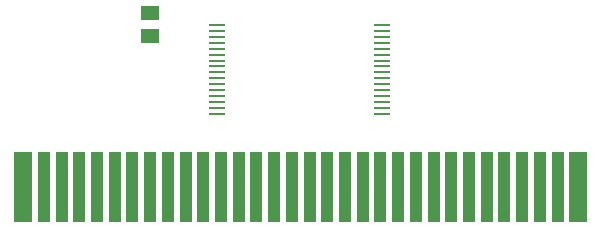
<source format=gbr>
G04 EAGLE Gerber RS-274X export*
G75*
%MOMM*%
%FSLAX34Y34*%
%LPD*%
%INSolderpaste Top*%
%IPPOS*%
%AMOC8*
5,1,8,0,0,1.08239X$1,22.5*%
G01*
%ADD10R,1.500000X1.300000*%
%ADD11R,1.500000X6.000000*%
%ADD12R,1.000000X6.000000*%
%ADD13R,1.400900X0.279400*%


D10*
X127000Y187300D03*
X127000Y168300D03*
D11*
X20000Y40000D03*
D12*
X37500Y40000D03*
X52500Y40000D03*
X67500Y40000D03*
X82500Y40000D03*
X97500Y40000D03*
X112500Y40000D03*
X127500Y40000D03*
X142500Y40000D03*
X157500Y40000D03*
X172500Y40000D03*
X187500Y40000D03*
X202500Y40000D03*
X217500Y40000D03*
X232500Y40000D03*
X247500Y40000D03*
X262500Y40000D03*
X277500Y40000D03*
X292500Y40000D03*
X307500Y40000D03*
X322500Y40000D03*
X337500Y40000D03*
X352500Y40000D03*
X367500Y40000D03*
X382500Y40000D03*
X397500Y40000D03*
X412500Y40000D03*
X427500Y40000D03*
X442500Y40000D03*
X457500Y40000D03*
X472500Y40000D03*
D11*
X490000Y40000D03*
D13*
X184512Y177200D03*
X184512Y172200D03*
X184512Y167200D03*
X184512Y162200D03*
X184512Y157200D03*
X184512Y152200D03*
X184512Y147200D03*
X184512Y142200D03*
X184512Y137200D03*
X184512Y132200D03*
X184512Y127200D03*
X184512Y122200D03*
X184512Y117200D03*
X184512Y112200D03*
X184512Y107200D03*
X184512Y102200D03*
X323489Y102200D03*
X323489Y107200D03*
X323489Y112200D03*
X323489Y117200D03*
X323489Y122200D03*
X323489Y127200D03*
X323489Y132200D03*
X323489Y137200D03*
X323489Y142200D03*
X323489Y147200D03*
X323489Y152200D03*
X323489Y157200D03*
X323489Y162200D03*
X323489Y167200D03*
X323489Y172200D03*
X323489Y177200D03*
M02*

</source>
